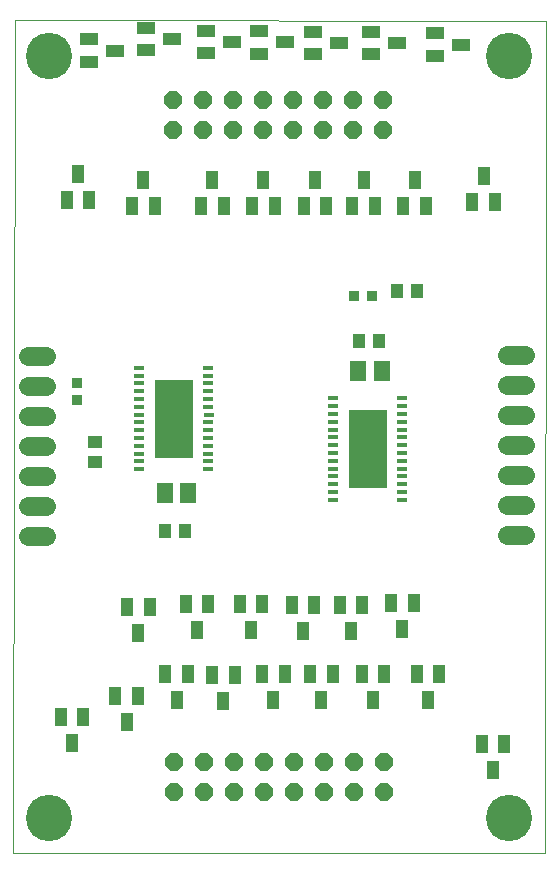
<source format=gts>
G75*
G70*
%OFA0B0*%
%FSLAX24Y24*%
%IPPOS*%
%LPD*%
%AMOC8*
5,1,8,0,0,1.08239X$1,22.5*
%
%ADD10C,0.0000*%
%ADD11OC8,0.0600*%
%ADD12R,0.0434X0.0591*%
%ADD13R,0.0591X0.0434*%
%ADD14C,0.0640*%
%ADD15R,0.0355X0.0138*%
%ADD16R,0.1300X0.2638*%
%ADD17R,0.0473X0.0434*%
%ADD18R,0.0434X0.0473*%
%ADD19R,0.0552X0.0670*%
%ADD20R,0.0355X0.0355*%
%ADD21C,0.1542*%
D10*
X001418Y000100D02*
X001458Y027856D01*
X019159Y027844D01*
X019135Y000100D01*
X001418Y000100D01*
D11*
X006773Y002155D03*
X007773Y002155D03*
X007773Y003155D03*
X006773Y003155D03*
X008773Y003155D03*
X008773Y002155D03*
X009773Y002155D03*
X009773Y003155D03*
X010773Y003155D03*
X010773Y002155D03*
X011773Y002155D03*
X011773Y003155D03*
X012773Y003155D03*
X012773Y002155D03*
X013773Y002155D03*
X013773Y003155D03*
X013757Y024198D03*
X013757Y025198D03*
X012757Y025198D03*
X012757Y024198D03*
X011757Y024198D03*
X011757Y025198D03*
X010757Y025198D03*
X010757Y024198D03*
X009757Y024198D03*
X009757Y025198D03*
X008757Y025198D03*
X008757Y024198D03*
X007757Y024198D03*
X006757Y024198D03*
X006757Y025198D03*
X007757Y025198D03*
D12*
X008056Y022529D03*
X007682Y021663D03*
X008430Y021663D03*
X009383Y021671D03*
X009757Y022537D03*
X010131Y021671D03*
X011092Y021671D03*
X011840Y021671D03*
X011466Y022537D03*
X012722Y021671D03*
X013470Y021671D03*
X013096Y022537D03*
X014422Y021679D03*
X014796Y022545D03*
X015170Y021679D03*
X016722Y021797D03*
X017096Y022663D03*
X017470Y021797D03*
X014761Y008427D03*
X014387Y007561D03*
X014013Y008427D03*
X013044Y008387D03*
X012296Y008387D03*
X012670Y007521D03*
X013033Y006065D03*
X013407Y005198D03*
X013781Y006065D03*
X014867Y006065D03*
X015241Y005198D03*
X015615Y006065D03*
X017025Y003734D03*
X017773Y003734D03*
X017399Y002868D03*
X012064Y006065D03*
X011316Y006065D03*
X011690Y005198D03*
X010458Y006072D03*
X010084Y005206D03*
X009710Y006072D03*
X008792Y006033D03*
X008044Y006033D03*
X008418Y005167D03*
X007233Y006072D03*
X006859Y005206D03*
X006485Y006072D03*
X005572Y005348D03*
X005198Y004482D03*
X004824Y005348D03*
X003749Y004639D03*
X003375Y003773D03*
X003001Y004639D03*
X005588Y007450D03*
X005962Y008317D03*
X005214Y008317D03*
X007167Y008395D03*
X007915Y008395D03*
X007541Y007529D03*
X008974Y008395D03*
X009348Y007529D03*
X009722Y008395D03*
X010698Y008387D03*
X011446Y008387D03*
X011072Y007521D03*
X006131Y021663D03*
X005383Y021663D03*
X005757Y022529D03*
X003950Y021860D03*
X003576Y022726D03*
X003202Y021860D03*
D13*
X003926Y026478D03*
X003926Y027226D03*
X004792Y026852D03*
X005855Y026856D03*
X005855Y027604D03*
X006722Y027230D03*
X007832Y027517D03*
X007832Y026769D03*
X008698Y027143D03*
X009604Y027502D03*
X009604Y026754D03*
X010470Y027128D03*
X011415Y027486D03*
X011415Y026738D03*
X012281Y027112D03*
X013352Y027478D03*
X013352Y026730D03*
X014218Y027104D03*
X015478Y027423D03*
X015478Y026675D03*
X016344Y027049D03*
D14*
X017890Y016722D02*
X018490Y016722D01*
X018490Y015722D02*
X017890Y015722D01*
X017890Y014722D02*
X018490Y014722D01*
X018490Y013722D02*
X017890Y013722D01*
X017890Y012722D02*
X018490Y012722D01*
X018490Y011722D02*
X017890Y011722D01*
X017890Y010722D02*
X018490Y010722D01*
X002506Y010683D02*
X001906Y010683D01*
X001906Y011683D02*
X002506Y011683D01*
X002506Y012683D02*
X001906Y012683D01*
X001906Y013683D02*
X002506Y013683D01*
X002506Y014683D02*
X001906Y014683D01*
X001906Y015683D02*
X002506Y015683D01*
X002506Y016683D02*
X001906Y016683D01*
D15*
X005623Y016276D03*
X005623Y016016D03*
X005623Y015756D03*
X005623Y015496D03*
X005623Y015236D03*
X005623Y014976D03*
X005620Y014716D03*
X005623Y014456D03*
X005623Y014196D03*
X005623Y013936D03*
X005623Y013676D03*
X005623Y013416D03*
X005623Y013156D03*
X005623Y012896D03*
X007923Y012896D03*
X007923Y013156D03*
X007923Y013416D03*
X007923Y013676D03*
X007923Y013936D03*
X007923Y014196D03*
X007923Y014456D03*
X007925Y014716D03*
X007923Y014976D03*
X007923Y015236D03*
X007923Y015496D03*
X007923Y015756D03*
X007923Y016016D03*
X007923Y016276D03*
X012077Y013437D03*
X012080Y013697D03*
X012080Y013957D03*
X012080Y014217D03*
X012080Y014477D03*
X012080Y014737D03*
X012080Y014997D03*
X012080Y015257D03*
X012080Y013177D03*
X012080Y012917D03*
X012080Y012657D03*
X012080Y012397D03*
X012080Y012137D03*
X012080Y011877D03*
X014380Y011877D03*
X014380Y012137D03*
X014380Y012397D03*
X014380Y012657D03*
X014380Y012917D03*
X014380Y013177D03*
X014382Y013437D03*
X014380Y013697D03*
X014380Y013957D03*
X014380Y014217D03*
X014380Y014477D03*
X014380Y014737D03*
X014380Y014997D03*
X014380Y015257D03*
D16*
X013230Y013567D03*
X006773Y014586D03*
D17*
X004135Y013820D03*
X004135Y013151D03*
D18*
X006478Y010848D03*
X007147Y010848D03*
X012934Y017187D03*
X013604Y017187D03*
X014194Y018840D03*
X014863Y018840D03*
D19*
X013702Y016163D03*
X012915Y016163D03*
X007245Y012108D03*
X006458Y012108D03*
D20*
X003544Y015198D03*
X003544Y015789D03*
X012777Y018683D03*
X013367Y018683D03*
D21*
X017954Y026675D03*
X002600Y026675D03*
X002600Y001281D03*
X017954Y001281D03*
M02*

</source>
